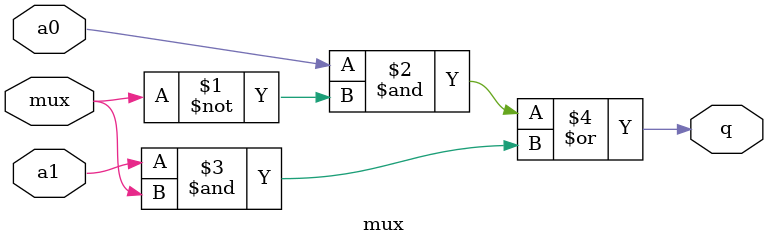
<source format=v>

module dualmux(input msel, input q0default, q1default, signal, output q0, q1);
  assign q0 = q0default &  msel | signal & ~msel;
  assign q1 = q1default & ~msel | signal &  msel;
endmodule

// choose one
module mux(input mux, input a0, a1, output q);
  assign q = a0 & ~mux | a1 & mux;
endmodule

</source>
